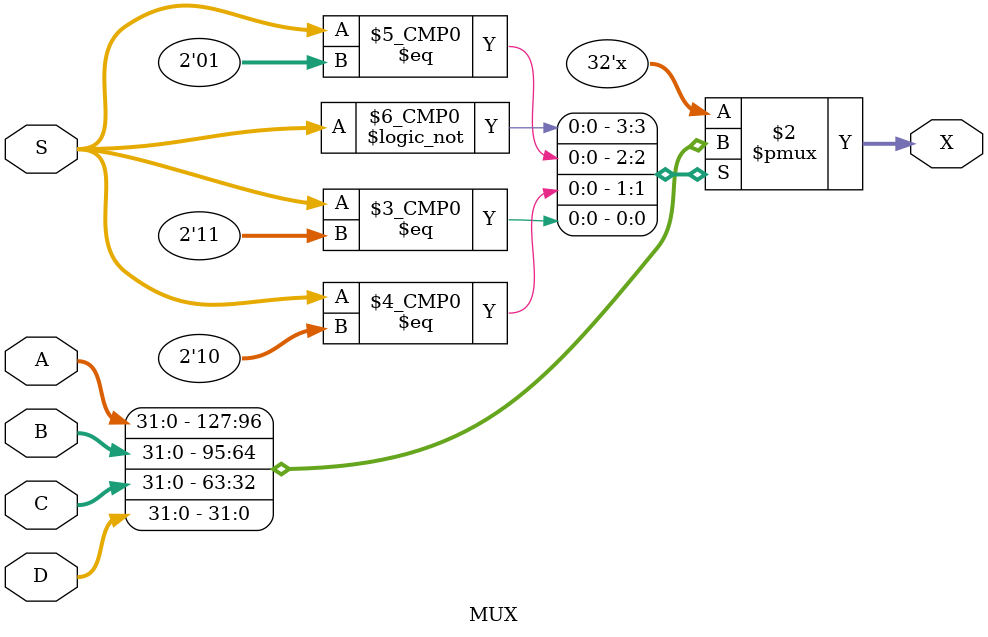
<source format=v>
module MUX(
  input [31:0] A, B, C, D,
  input [1:0] S,
  output reg [31:0] X
);

  always @(A or B or C or D or S)
  begin
    case (S)
      2'b00: X = A;
      2'b01: X = B;
      2'b10: X = C;
      2'b11: X = D;
    endcase
  end

endmodule
</source>
